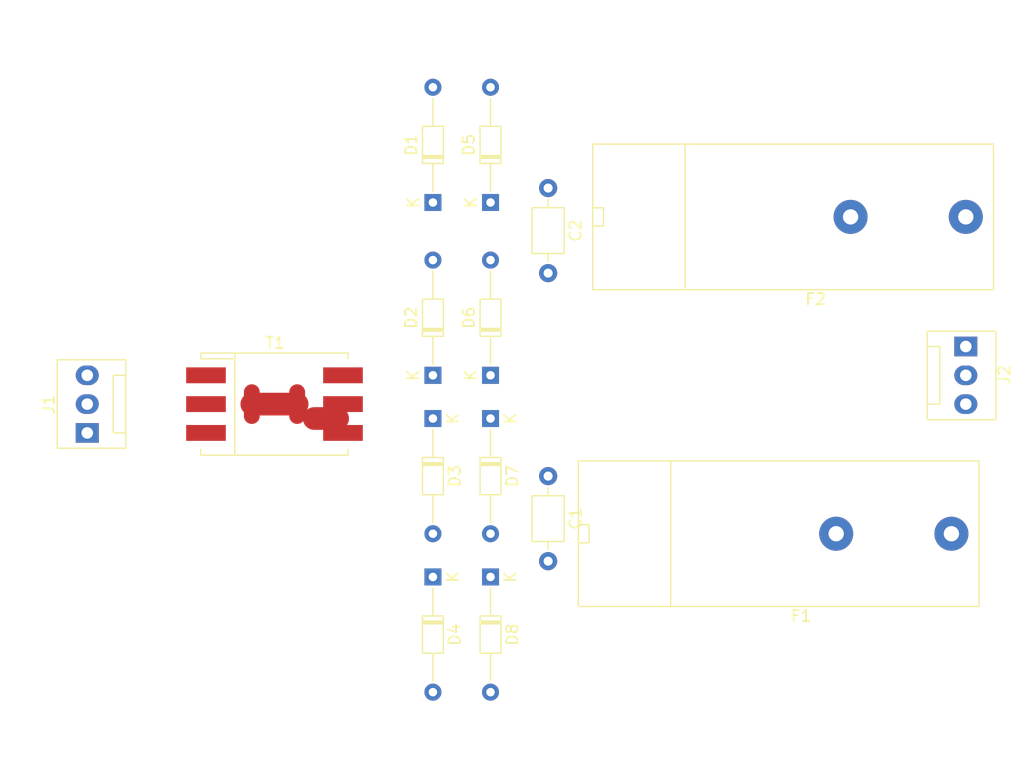
<source format=kicad_pcb>
(kicad_pcb (version 20171130) (host pcbnew "(5.1.9)-1")

  (general
    (thickness 1.6)
    (drawings 4)
    (tracks 2)
    (zones 0)
    (modules 15)
    (nets 12)
  )

  (page A4)
  (layers
    (0 F.Cu signal)
    (31 B.Cu signal)
    (32 B.Adhes user)
    (33 F.Adhes user)
    (34 B.Paste user)
    (35 F.Paste user)
    (36 B.SilkS user)
    (37 F.SilkS user)
    (38 B.Mask user)
    (39 F.Mask user)
    (40 Dwgs.User user)
    (41 Cmts.User user)
    (42 Eco1.User user)
    (43 Eco2.User user)
    (44 Edge.Cuts user)
    (45 Margin user)
    (46 B.CrtYd user)
    (47 F.CrtYd user)
    (48 B.Fab user)
    (49 F.Fab user)
  )

  (setup
    (last_trace_width 2)
    (user_trace_width 1)
    (user_trace_width 1.5)
    (user_trace_width 2)
    (trace_clearance 0.2)
    (zone_clearance 0.508)
    (zone_45_only no)
    (trace_min 0.2)
    (via_size 0.8)
    (via_drill 0.4)
    (via_min_size 0.4)
    (via_min_drill 0.3)
    (uvia_size 0.3)
    (uvia_drill 0.1)
    (uvias_allowed no)
    (uvia_min_size 0.2)
    (uvia_min_drill 0.1)
    (edge_width 0.05)
    (segment_width 0.2)
    (pcb_text_width 0.3)
    (pcb_text_size 1.5 1.5)
    (mod_edge_width 0.12)
    (mod_text_size 1 1)
    (mod_text_width 0.15)
    (pad_size 1.524 1.524)
    (pad_drill 0.762)
    (pad_to_mask_clearance 0)
    (aux_axis_origin 0 0)
    (visible_elements FFFFFF7F)
    (pcbplotparams
      (layerselection 0x010fc_ffffffff)
      (usegerberextensions false)
      (usegerberattributes true)
      (usegerberadvancedattributes true)
      (creategerberjobfile true)
      (excludeedgelayer true)
      (linewidth 0.100000)
      (plotframeref false)
      (viasonmask false)
      (mode 1)
      (useauxorigin false)
      (hpglpennumber 1)
      (hpglpenspeed 20)
      (hpglpendiameter 15.000000)
      (psnegative false)
      (psa4output false)
      (plotreference true)
      (plotvalue true)
      (plotinvisibletext false)
      (padsonsilk false)
      (subtractmaskfromsilk false)
      (outputformat 1)
      (mirror false)
      (drillshape 1)
      (scaleselection 1)
      (outputdirectory ""))
  )

  (net 0 "")
  (net 1 GND)
  (net 2 "Net-(C1-Pad1)")
  (net 3 "Net-(C2-Pad1)")
  (net 4 "Net-(D1-Pad1)")
  (net 5 "Net-(D3-Pad2)")
  (net 6 "Net-(D5-Pad1)")
  (net 7 "Net-(D7-Pad2)")
  (net 8 "Net-(F1-Pad1)")
  (net 9 "Net-(F2-Pad1)")
  (net 10 "Net-(J1-Pad2)")
  (net 11 "Net-(J1-Pad3)")

  (net_class Default "This is the default net class."
    (clearance 0.2)
    (trace_width 0.25)
    (via_dia 0.8)
    (via_drill 0.4)
    (uvia_dia 0.3)
    (uvia_drill 0.1)
    (add_net GND)
    (add_net "Net-(C1-Pad1)")
    (add_net "Net-(C2-Pad1)")
    (add_net "Net-(D1-Pad1)")
    (add_net "Net-(D3-Pad2)")
    (add_net "Net-(D5-Pad1)")
    (add_net "Net-(D7-Pad2)")
    (add_net "Net-(F1-Pad1)")
    (add_net "Net-(F2-Pad1)")
    (add_net "Net-(J1-Pad2)")
    (add_net "Net-(J1-Pad3)")
  )

  (module Capacitor_THT:C_Axial_L3.8mm_D2.6mm_P7.50mm_Horizontal (layer F.Cu) (tedit 5AE50EF0) (tstamp 608A4F09)
    (at 99.06 111.76 270)
    (descr "C, Axial series, Axial, Horizontal, pin pitch=7.5mm, , length*diameter=3.8*2.6mm^2, http://www.vishay.com/docs/45231/arseries.pdf")
    (tags "C Axial series Axial Horizontal pin pitch 7.5mm  length 3.8mm diameter 2.6mm")
    (path /608C39CD)
    (fp_text reference C1 (at 3.75 -2.42 90) (layer F.SilkS)
      (effects (font (size 1 1) (thickness 0.15)))
    )
    (fp_text value 100n (at 3.75 2.42 90) (layer F.Fab)
      (effects (font (size 1 1) (thickness 0.15)))
    )
    (fp_text user %R (at 3.75 0 90) (layer F.Fab)
      (effects (font (size 0.76 0.76) (thickness 0.114)))
    )
    (fp_line (start 1.85 -1.3) (end 1.85 1.3) (layer F.Fab) (width 0.1))
    (fp_line (start 1.85 1.3) (end 5.65 1.3) (layer F.Fab) (width 0.1))
    (fp_line (start 5.65 1.3) (end 5.65 -1.3) (layer F.Fab) (width 0.1))
    (fp_line (start 5.65 -1.3) (end 1.85 -1.3) (layer F.Fab) (width 0.1))
    (fp_line (start 0 0) (end 1.85 0) (layer F.Fab) (width 0.1))
    (fp_line (start 7.5 0) (end 5.65 0) (layer F.Fab) (width 0.1))
    (fp_line (start 1.73 -1.42) (end 1.73 1.42) (layer F.SilkS) (width 0.12))
    (fp_line (start 1.73 1.42) (end 5.77 1.42) (layer F.SilkS) (width 0.12))
    (fp_line (start 5.77 1.42) (end 5.77 -1.42) (layer F.SilkS) (width 0.12))
    (fp_line (start 5.77 -1.42) (end 1.73 -1.42) (layer F.SilkS) (width 0.12))
    (fp_line (start 1.04 0) (end 1.73 0) (layer F.SilkS) (width 0.12))
    (fp_line (start 6.46 0) (end 5.77 0) (layer F.SilkS) (width 0.12))
    (fp_line (start -1.05 -1.55) (end -1.05 1.55) (layer F.CrtYd) (width 0.05))
    (fp_line (start -1.05 1.55) (end 8.55 1.55) (layer F.CrtYd) (width 0.05))
    (fp_line (start 8.55 1.55) (end 8.55 -1.55) (layer F.CrtYd) (width 0.05))
    (fp_line (start 8.55 -1.55) (end -1.05 -1.55) (layer F.CrtYd) (width 0.05))
    (pad 2 thru_hole oval (at 7.5 0 270) (size 1.6 1.6) (drill 0.8) (layers *.Cu *.Mask)
      (net 1 GND))
    (pad 1 thru_hole circle (at 0 0 270) (size 1.6 1.6) (drill 0.8) (layers *.Cu *.Mask)
      (net 2 "Net-(C1-Pad1)"))
    (model ${KISYS3DMOD}/Capacitor_THT.3dshapes/C_Axial_L3.8mm_D2.6mm_P7.50mm_Horizontal.wrl
      (at (xyz 0 0 0))
      (scale (xyz 1 1 1))
      (rotate (xyz 0 0 0))
    )
  )

  (module Capacitor_THT:C_Axial_L3.8mm_D2.6mm_P7.50mm_Horizontal (layer F.Cu) (tedit 5AE50EF0) (tstamp 608A4F20)
    (at 99.06 86.36 270)
    (descr "C, Axial series, Axial, Horizontal, pin pitch=7.5mm, , length*diameter=3.8*2.6mm^2, http://www.vishay.com/docs/45231/arseries.pdf")
    (tags "C Axial series Axial Horizontal pin pitch 7.5mm  length 3.8mm diameter 2.6mm")
    (path /608C2CE8)
    (fp_text reference C2 (at 3.75 -2.42 90) (layer F.SilkS)
      (effects (font (size 1 1) (thickness 0.15)))
    )
    (fp_text value 100n (at 3.75 2.42 90) (layer F.Fab)
      (effects (font (size 1 1) (thickness 0.15)))
    )
    (fp_line (start 8.55 -1.55) (end -1.05 -1.55) (layer F.CrtYd) (width 0.05))
    (fp_line (start 8.55 1.55) (end 8.55 -1.55) (layer F.CrtYd) (width 0.05))
    (fp_line (start -1.05 1.55) (end 8.55 1.55) (layer F.CrtYd) (width 0.05))
    (fp_line (start -1.05 -1.55) (end -1.05 1.55) (layer F.CrtYd) (width 0.05))
    (fp_line (start 6.46 0) (end 5.77 0) (layer F.SilkS) (width 0.12))
    (fp_line (start 1.04 0) (end 1.73 0) (layer F.SilkS) (width 0.12))
    (fp_line (start 5.77 -1.42) (end 1.73 -1.42) (layer F.SilkS) (width 0.12))
    (fp_line (start 5.77 1.42) (end 5.77 -1.42) (layer F.SilkS) (width 0.12))
    (fp_line (start 1.73 1.42) (end 5.77 1.42) (layer F.SilkS) (width 0.12))
    (fp_line (start 1.73 -1.42) (end 1.73 1.42) (layer F.SilkS) (width 0.12))
    (fp_line (start 7.5 0) (end 5.65 0) (layer F.Fab) (width 0.1))
    (fp_line (start 0 0) (end 1.85 0) (layer F.Fab) (width 0.1))
    (fp_line (start 5.65 -1.3) (end 1.85 -1.3) (layer F.Fab) (width 0.1))
    (fp_line (start 5.65 1.3) (end 5.65 -1.3) (layer F.Fab) (width 0.1))
    (fp_line (start 1.85 1.3) (end 5.65 1.3) (layer F.Fab) (width 0.1))
    (fp_line (start 1.85 -1.3) (end 1.85 1.3) (layer F.Fab) (width 0.1))
    (fp_text user %R (at 3.75 0 90) (layer F.Fab)
      (effects (font (size 0.76 0.76) (thickness 0.114)))
    )
    (pad 1 thru_hole circle (at 0 0 270) (size 1.6 1.6) (drill 0.8) (layers *.Cu *.Mask)
      (net 3 "Net-(C2-Pad1)"))
    (pad 2 thru_hole oval (at 7.5 0 270) (size 1.6 1.6) (drill 0.8) (layers *.Cu *.Mask)
      (net 1 GND))
    (model ${KISYS3DMOD}/Capacitor_THT.3dshapes/C_Axial_L3.8mm_D2.6mm_P7.50mm_Horizontal.wrl
      (at (xyz 0 0 0))
      (scale (xyz 1 1 1))
      (rotate (xyz 0 0 0))
    )
  )

  (module Diode_THT:D_DO-34_SOD68_P10.16mm_Horizontal (layer F.Cu) (tedit 5AE50CD5) (tstamp 608A4F3F)
    (at 88.9 87.63 90)
    (descr "Diode, DO-34_SOD68 series, Axial, Horizontal, pin pitch=10.16mm, , length*diameter=3.04*1.6mm^2, , https://www.nxp.com/docs/en/data-sheet/KTY83_SER.pdf")
    (tags "Diode DO-34_SOD68 series Axial Horizontal pin pitch 10.16mm  length 3.04mm diameter 1.6mm")
    (path /6089E889)
    (fp_text reference D1 (at 5.08 -1.92 90) (layer F.SilkS)
      (effects (font (size 1 1) (thickness 0.15)))
    )
    (fp_text value 1N914 (at 5.08 1.92 90) (layer F.Fab)
      (effects (font (size 1 1) (thickness 0.15)))
    )
    (fp_line (start 11.16 -1.05) (end -1 -1.05) (layer F.CrtYd) (width 0.05))
    (fp_line (start 11.16 1.05) (end 11.16 -1.05) (layer F.CrtYd) (width 0.05))
    (fp_line (start -1 1.05) (end 11.16 1.05) (layer F.CrtYd) (width 0.05))
    (fp_line (start -1 -1.05) (end -1 1.05) (layer F.CrtYd) (width 0.05))
    (fp_line (start 3.896 -0.92) (end 3.896 0.92) (layer F.SilkS) (width 0.12))
    (fp_line (start 4.136 -0.92) (end 4.136 0.92) (layer F.SilkS) (width 0.12))
    (fp_line (start 4.016 -0.92) (end 4.016 0.92) (layer F.SilkS) (width 0.12))
    (fp_line (start 9.17 0) (end 6.72 0) (layer F.SilkS) (width 0.12))
    (fp_line (start 0.99 0) (end 3.44 0) (layer F.SilkS) (width 0.12))
    (fp_line (start 6.72 -0.92) (end 3.44 -0.92) (layer F.SilkS) (width 0.12))
    (fp_line (start 6.72 0.92) (end 6.72 -0.92) (layer F.SilkS) (width 0.12))
    (fp_line (start 3.44 0.92) (end 6.72 0.92) (layer F.SilkS) (width 0.12))
    (fp_line (start 3.44 -0.92) (end 3.44 0.92) (layer F.SilkS) (width 0.12))
    (fp_line (start 3.916 -0.8) (end 3.916 0.8) (layer F.Fab) (width 0.1))
    (fp_line (start 4.116 -0.8) (end 4.116 0.8) (layer F.Fab) (width 0.1))
    (fp_line (start 4.016 -0.8) (end 4.016 0.8) (layer F.Fab) (width 0.1))
    (fp_line (start 10.16 0) (end 6.6 0) (layer F.Fab) (width 0.1))
    (fp_line (start 0 0) (end 3.56 0) (layer F.Fab) (width 0.1))
    (fp_line (start 6.6 -0.8) (end 3.56 -0.8) (layer F.Fab) (width 0.1))
    (fp_line (start 6.6 0.8) (end 6.6 -0.8) (layer F.Fab) (width 0.1))
    (fp_line (start 3.56 0.8) (end 6.6 0.8) (layer F.Fab) (width 0.1))
    (fp_line (start 3.56 -0.8) (end 3.56 0.8) (layer F.Fab) (width 0.1))
    (fp_text user %R (at 5.308 0 90) (layer F.Fab)
      (effects (font (size 0.608 0.608) (thickness 0.0912)))
    )
    (fp_text user K (at 0 -1.75 90) (layer F.Fab)
      (effects (font (size 1 1) (thickness 0.15)))
    )
    (fp_text user K (at 0 -1.75 90) (layer F.SilkS)
      (effects (font (size 1 1) (thickness 0.15)))
    )
    (pad 1 thru_hole rect (at 0 0 90) (size 1.5 1.5) (drill 0.75) (layers *.Cu *.Mask)
      (net 4 "Net-(D1-Pad1)"))
    (pad 2 thru_hole oval (at 10.16 0 90) (size 1.5 1.5) (drill 0.75) (layers *.Cu *.Mask)
      (net 3 "Net-(C2-Pad1)"))
    (model ${KISYS3DMOD}/Diode_THT.3dshapes/D_DO-34_SOD68_P10.16mm_Horizontal.wrl
      (at (xyz 0 0 0))
      (scale (xyz 1 1 1))
      (rotate (xyz 0 0 0))
    )
  )

  (module Diode_THT:D_DO-34_SOD68_P10.16mm_Horizontal (layer F.Cu) (tedit 5AE50CD5) (tstamp 608A4F5E)
    (at 88.9 102.87 90)
    (descr "Diode, DO-34_SOD68 series, Axial, Horizontal, pin pitch=10.16mm, , length*diameter=3.04*1.6mm^2, , https://www.nxp.com/docs/en/data-sheet/KTY83_SER.pdf")
    (tags "Diode DO-34_SOD68 series Axial Horizontal pin pitch 10.16mm  length 3.04mm diameter 1.6mm")
    (path /6089FDB6)
    (fp_text reference D2 (at 5.08 -1.92 90) (layer F.SilkS)
      (effects (font (size 1 1) (thickness 0.15)))
    )
    (fp_text value 1N914 (at 5.08 1.92 90) (layer F.Fab)
      (effects (font (size 1 1) (thickness 0.15)))
    )
    (fp_text user K (at 0 -1.75 90) (layer F.SilkS)
      (effects (font (size 1 1) (thickness 0.15)))
    )
    (fp_text user K (at 0 -1.75 90) (layer F.Fab)
      (effects (font (size 1 1) (thickness 0.15)))
    )
    (fp_text user %R (at 5.308 0 90) (layer F.Fab)
      (effects (font (size 0.608 0.608) (thickness 0.0912)))
    )
    (fp_line (start 3.56 -0.8) (end 3.56 0.8) (layer F.Fab) (width 0.1))
    (fp_line (start 3.56 0.8) (end 6.6 0.8) (layer F.Fab) (width 0.1))
    (fp_line (start 6.6 0.8) (end 6.6 -0.8) (layer F.Fab) (width 0.1))
    (fp_line (start 6.6 -0.8) (end 3.56 -0.8) (layer F.Fab) (width 0.1))
    (fp_line (start 0 0) (end 3.56 0) (layer F.Fab) (width 0.1))
    (fp_line (start 10.16 0) (end 6.6 0) (layer F.Fab) (width 0.1))
    (fp_line (start 4.016 -0.8) (end 4.016 0.8) (layer F.Fab) (width 0.1))
    (fp_line (start 4.116 -0.8) (end 4.116 0.8) (layer F.Fab) (width 0.1))
    (fp_line (start 3.916 -0.8) (end 3.916 0.8) (layer F.Fab) (width 0.1))
    (fp_line (start 3.44 -0.92) (end 3.44 0.92) (layer F.SilkS) (width 0.12))
    (fp_line (start 3.44 0.92) (end 6.72 0.92) (layer F.SilkS) (width 0.12))
    (fp_line (start 6.72 0.92) (end 6.72 -0.92) (layer F.SilkS) (width 0.12))
    (fp_line (start 6.72 -0.92) (end 3.44 -0.92) (layer F.SilkS) (width 0.12))
    (fp_line (start 0.99 0) (end 3.44 0) (layer F.SilkS) (width 0.12))
    (fp_line (start 9.17 0) (end 6.72 0) (layer F.SilkS) (width 0.12))
    (fp_line (start 4.016 -0.92) (end 4.016 0.92) (layer F.SilkS) (width 0.12))
    (fp_line (start 4.136 -0.92) (end 4.136 0.92) (layer F.SilkS) (width 0.12))
    (fp_line (start 3.896 -0.92) (end 3.896 0.92) (layer F.SilkS) (width 0.12))
    (fp_line (start -1 -1.05) (end -1 1.05) (layer F.CrtYd) (width 0.05))
    (fp_line (start -1 1.05) (end 11.16 1.05) (layer F.CrtYd) (width 0.05))
    (fp_line (start 11.16 1.05) (end 11.16 -1.05) (layer F.CrtYd) (width 0.05))
    (fp_line (start 11.16 -1.05) (end -1 -1.05) (layer F.CrtYd) (width 0.05))
    (pad 2 thru_hole oval (at 10.16 0 90) (size 1.5 1.5) (drill 0.75) (layers *.Cu *.Mask)
      (net 4 "Net-(D1-Pad1)"))
    (pad 1 thru_hole rect (at 0 0 90) (size 1.5 1.5) (drill 0.75) (layers *.Cu *.Mask)
      (net 1 GND))
    (model ${KISYS3DMOD}/Diode_THT.3dshapes/D_DO-34_SOD68_P10.16mm_Horizontal.wrl
      (at (xyz 0 0 0))
      (scale (xyz 1 1 1))
      (rotate (xyz 0 0 0))
    )
  )

  (module Diode_THT:D_DO-34_SOD68_P10.16mm_Horizontal (layer F.Cu) (tedit 5AE50CD5) (tstamp 608A4F7D)
    (at 88.9 106.68 270)
    (descr "Diode, DO-34_SOD68 series, Axial, Horizontal, pin pitch=10.16mm, , length*diameter=3.04*1.6mm^2, , https://www.nxp.com/docs/en/data-sheet/KTY83_SER.pdf")
    (tags "Diode DO-34_SOD68 series Axial Horizontal pin pitch 10.16mm  length 3.04mm diameter 1.6mm")
    (path /608A3550)
    (fp_text reference D3 (at 5.08 -1.92 90) (layer F.SilkS)
      (effects (font (size 1 1) (thickness 0.15)))
    )
    (fp_text value 1N914 (at 5.08 1.92 90) (layer F.Fab)
      (effects (font (size 1 1) (thickness 0.15)))
    )
    (fp_text user K (at 0 -1.75 90) (layer F.SilkS)
      (effects (font (size 1 1) (thickness 0.15)))
    )
    (fp_text user K (at 0 -1.75 90) (layer F.Fab)
      (effects (font (size 1 1) (thickness 0.15)))
    )
    (fp_text user %R (at 5.308 0 90) (layer F.Fab)
      (effects (font (size 0.608 0.608) (thickness 0.0912)))
    )
    (fp_line (start 3.56 -0.8) (end 3.56 0.8) (layer F.Fab) (width 0.1))
    (fp_line (start 3.56 0.8) (end 6.6 0.8) (layer F.Fab) (width 0.1))
    (fp_line (start 6.6 0.8) (end 6.6 -0.8) (layer F.Fab) (width 0.1))
    (fp_line (start 6.6 -0.8) (end 3.56 -0.8) (layer F.Fab) (width 0.1))
    (fp_line (start 0 0) (end 3.56 0) (layer F.Fab) (width 0.1))
    (fp_line (start 10.16 0) (end 6.6 0) (layer F.Fab) (width 0.1))
    (fp_line (start 4.016 -0.8) (end 4.016 0.8) (layer F.Fab) (width 0.1))
    (fp_line (start 4.116 -0.8) (end 4.116 0.8) (layer F.Fab) (width 0.1))
    (fp_line (start 3.916 -0.8) (end 3.916 0.8) (layer F.Fab) (width 0.1))
    (fp_line (start 3.44 -0.92) (end 3.44 0.92) (layer F.SilkS) (width 0.12))
    (fp_line (start 3.44 0.92) (end 6.72 0.92) (layer F.SilkS) (width 0.12))
    (fp_line (start 6.72 0.92) (end 6.72 -0.92) (layer F.SilkS) (width 0.12))
    (fp_line (start 6.72 -0.92) (end 3.44 -0.92) (layer F.SilkS) (width 0.12))
    (fp_line (start 0.99 0) (end 3.44 0) (layer F.SilkS) (width 0.12))
    (fp_line (start 9.17 0) (end 6.72 0) (layer F.SilkS) (width 0.12))
    (fp_line (start 4.016 -0.92) (end 4.016 0.92) (layer F.SilkS) (width 0.12))
    (fp_line (start 4.136 -0.92) (end 4.136 0.92) (layer F.SilkS) (width 0.12))
    (fp_line (start 3.896 -0.92) (end 3.896 0.92) (layer F.SilkS) (width 0.12))
    (fp_line (start -1 -1.05) (end -1 1.05) (layer F.CrtYd) (width 0.05))
    (fp_line (start -1 1.05) (end 11.16 1.05) (layer F.CrtYd) (width 0.05))
    (fp_line (start 11.16 1.05) (end 11.16 -1.05) (layer F.CrtYd) (width 0.05))
    (fp_line (start 11.16 -1.05) (end -1 -1.05) (layer F.CrtYd) (width 0.05))
    (pad 2 thru_hole oval (at 10.16 0 270) (size 1.5 1.5) (drill 0.75) (layers *.Cu *.Mask)
      (net 5 "Net-(D3-Pad2)"))
    (pad 1 thru_hole rect (at 0 0 270) (size 1.5 1.5) (drill 0.75) (layers *.Cu *.Mask)
      (net 2 "Net-(C1-Pad1)"))
    (model ${KISYS3DMOD}/Diode_THT.3dshapes/D_DO-34_SOD68_P10.16mm_Horizontal.wrl
      (at (xyz 0 0 0))
      (scale (xyz 1 1 1))
      (rotate (xyz 0 0 0))
    )
  )

  (module Diode_THT:D_DO-34_SOD68_P10.16mm_Horizontal (layer F.Cu) (tedit 5AE50CD5) (tstamp 608A4F9C)
    (at 88.9 120.65 270)
    (descr "Diode, DO-34_SOD68 series, Axial, Horizontal, pin pitch=10.16mm, , length*diameter=3.04*1.6mm^2, , https://www.nxp.com/docs/en/data-sheet/KTY83_SER.pdf")
    (tags "Diode DO-34_SOD68 series Axial Horizontal pin pitch 10.16mm  length 3.04mm diameter 1.6mm")
    (path /608A3544)
    (fp_text reference D4 (at 5.08 -1.92 90) (layer F.SilkS)
      (effects (font (size 1 1) (thickness 0.15)))
    )
    (fp_text value 1N914 (at 5.08 1.92 90) (layer F.Fab)
      (effects (font (size 1 1) (thickness 0.15)))
    )
    (fp_line (start 11.16 -1.05) (end -1 -1.05) (layer F.CrtYd) (width 0.05))
    (fp_line (start 11.16 1.05) (end 11.16 -1.05) (layer F.CrtYd) (width 0.05))
    (fp_line (start -1 1.05) (end 11.16 1.05) (layer F.CrtYd) (width 0.05))
    (fp_line (start -1 -1.05) (end -1 1.05) (layer F.CrtYd) (width 0.05))
    (fp_line (start 3.896 -0.92) (end 3.896 0.92) (layer F.SilkS) (width 0.12))
    (fp_line (start 4.136 -0.92) (end 4.136 0.92) (layer F.SilkS) (width 0.12))
    (fp_line (start 4.016 -0.92) (end 4.016 0.92) (layer F.SilkS) (width 0.12))
    (fp_line (start 9.17 0) (end 6.72 0) (layer F.SilkS) (width 0.12))
    (fp_line (start 0.99 0) (end 3.44 0) (layer F.SilkS) (width 0.12))
    (fp_line (start 6.72 -0.92) (end 3.44 -0.92) (layer F.SilkS) (width 0.12))
    (fp_line (start 6.72 0.92) (end 6.72 -0.92) (layer F.SilkS) (width 0.12))
    (fp_line (start 3.44 0.92) (end 6.72 0.92) (layer F.SilkS) (width 0.12))
    (fp_line (start 3.44 -0.92) (end 3.44 0.92) (layer F.SilkS) (width 0.12))
    (fp_line (start 3.916 -0.8) (end 3.916 0.8) (layer F.Fab) (width 0.1))
    (fp_line (start 4.116 -0.8) (end 4.116 0.8) (layer F.Fab) (width 0.1))
    (fp_line (start 4.016 -0.8) (end 4.016 0.8) (layer F.Fab) (width 0.1))
    (fp_line (start 10.16 0) (end 6.6 0) (layer F.Fab) (width 0.1))
    (fp_line (start 0 0) (end 3.56 0) (layer F.Fab) (width 0.1))
    (fp_line (start 6.6 -0.8) (end 3.56 -0.8) (layer F.Fab) (width 0.1))
    (fp_line (start 6.6 0.8) (end 6.6 -0.8) (layer F.Fab) (width 0.1))
    (fp_line (start 3.56 0.8) (end 6.6 0.8) (layer F.Fab) (width 0.1))
    (fp_line (start 3.56 -0.8) (end 3.56 0.8) (layer F.Fab) (width 0.1))
    (fp_text user %R (at 5.308 0 90) (layer F.Fab)
      (effects (font (size 0.608 0.608) (thickness 0.0912)))
    )
    (fp_text user K (at 0 -1.75 90) (layer F.Fab)
      (effects (font (size 1 1) (thickness 0.15)))
    )
    (fp_text user K (at 0 -1.75 90) (layer F.SilkS)
      (effects (font (size 1 1) (thickness 0.15)))
    )
    (pad 1 thru_hole rect (at 0 0 270) (size 1.5 1.5) (drill 0.75) (layers *.Cu *.Mask)
      (net 5 "Net-(D3-Pad2)"))
    (pad 2 thru_hole oval (at 10.16 0 270) (size 1.5 1.5) (drill 0.75) (layers *.Cu *.Mask)
      (net 1 GND))
    (model ${KISYS3DMOD}/Diode_THT.3dshapes/D_DO-34_SOD68_P10.16mm_Horizontal.wrl
      (at (xyz 0 0 0))
      (scale (xyz 1 1 1))
      (rotate (xyz 0 0 0))
    )
  )

  (module Diode_THT:D_DO-34_SOD68_P10.16mm_Horizontal (layer F.Cu) (tedit 5AE50CD5) (tstamp 608A4FBB)
    (at 93.98 87.63 90)
    (descr "Diode, DO-34_SOD68 series, Axial, Horizontal, pin pitch=10.16mm, , length*diameter=3.04*1.6mm^2, , https://www.nxp.com/docs/en/data-sheet/KTY83_SER.pdf")
    (tags "Diode DO-34_SOD68 series Axial Horizontal pin pitch 10.16mm  length 3.04mm diameter 1.6mm")
    (path /608A0F08)
    (fp_text reference D5 (at 5.08 -1.92 90) (layer F.SilkS)
      (effects (font (size 1 1) (thickness 0.15)))
    )
    (fp_text value 1N914 (at 5.08 1.92 90) (layer F.Fab)
      (effects (font (size 1 1) (thickness 0.15)))
    )
    (fp_line (start 11.16 -1.05) (end -1 -1.05) (layer F.CrtYd) (width 0.05))
    (fp_line (start 11.16 1.05) (end 11.16 -1.05) (layer F.CrtYd) (width 0.05))
    (fp_line (start -1 1.05) (end 11.16 1.05) (layer F.CrtYd) (width 0.05))
    (fp_line (start -1 -1.05) (end -1 1.05) (layer F.CrtYd) (width 0.05))
    (fp_line (start 3.896 -0.92) (end 3.896 0.92) (layer F.SilkS) (width 0.12))
    (fp_line (start 4.136 -0.92) (end 4.136 0.92) (layer F.SilkS) (width 0.12))
    (fp_line (start 4.016 -0.92) (end 4.016 0.92) (layer F.SilkS) (width 0.12))
    (fp_line (start 9.17 0) (end 6.72 0) (layer F.SilkS) (width 0.12))
    (fp_line (start 0.99 0) (end 3.44 0) (layer F.SilkS) (width 0.12))
    (fp_line (start 6.72 -0.92) (end 3.44 -0.92) (layer F.SilkS) (width 0.12))
    (fp_line (start 6.72 0.92) (end 6.72 -0.92) (layer F.SilkS) (width 0.12))
    (fp_line (start 3.44 0.92) (end 6.72 0.92) (layer F.SilkS) (width 0.12))
    (fp_line (start 3.44 -0.92) (end 3.44 0.92) (layer F.SilkS) (width 0.12))
    (fp_line (start 3.916 -0.8) (end 3.916 0.8) (layer F.Fab) (width 0.1))
    (fp_line (start 4.116 -0.8) (end 4.116 0.8) (layer F.Fab) (width 0.1))
    (fp_line (start 4.016 -0.8) (end 4.016 0.8) (layer F.Fab) (width 0.1))
    (fp_line (start 10.16 0) (end 6.6 0) (layer F.Fab) (width 0.1))
    (fp_line (start 0 0) (end 3.56 0) (layer F.Fab) (width 0.1))
    (fp_line (start 6.6 -0.8) (end 3.56 -0.8) (layer F.Fab) (width 0.1))
    (fp_line (start 6.6 0.8) (end 6.6 -0.8) (layer F.Fab) (width 0.1))
    (fp_line (start 3.56 0.8) (end 6.6 0.8) (layer F.Fab) (width 0.1))
    (fp_line (start 3.56 -0.8) (end 3.56 0.8) (layer F.Fab) (width 0.1))
    (fp_text user %R (at 5.308 0 90) (layer F.Fab)
      (effects (font (size 0.608 0.608) (thickness 0.0912)))
    )
    (fp_text user K (at 0 -1.75 90) (layer F.Fab)
      (effects (font (size 1 1) (thickness 0.15)))
    )
    (fp_text user K (at 0 -1.75 90) (layer F.SilkS)
      (effects (font (size 1 1) (thickness 0.15)))
    )
    (pad 1 thru_hole rect (at 0 0 90) (size 1.5 1.5) (drill 0.75) (layers *.Cu *.Mask)
      (net 6 "Net-(D5-Pad1)"))
    (pad 2 thru_hole oval (at 10.16 0 90) (size 1.5 1.5) (drill 0.75) (layers *.Cu *.Mask)
      (net 3 "Net-(C2-Pad1)"))
    (model ${KISYS3DMOD}/Diode_THT.3dshapes/D_DO-34_SOD68_P10.16mm_Horizontal.wrl
      (at (xyz 0 0 0))
      (scale (xyz 1 1 1))
      (rotate (xyz 0 0 0))
    )
  )

  (module Diode_THT:D_DO-34_SOD68_P10.16mm_Horizontal (layer F.Cu) (tedit 5AE50CD5) (tstamp 608A4FDA)
    (at 93.98 102.87 90)
    (descr "Diode, DO-34_SOD68 series, Axial, Horizontal, pin pitch=10.16mm, , length*diameter=3.04*1.6mm^2, , https://www.nxp.com/docs/en/data-sheet/KTY83_SER.pdf")
    (tags "Diode DO-34_SOD68 series Axial Horizontal pin pitch 10.16mm  length 3.04mm diameter 1.6mm")
    (path /608A0F4C)
    (fp_text reference D6 (at 5.08 -1.92 90) (layer F.SilkS)
      (effects (font (size 1 1) (thickness 0.15)))
    )
    (fp_text value 1N914 (at 5.08 1.92 90) (layer F.Fab)
      (effects (font (size 1 1) (thickness 0.15)))
    )
    (fp_text user K (at 0 -1.75 90) (layer F.SilkS)
      (effects (font (size 1 1) (thickness 0.15)))
    )
    (fp_text user K (at 0 -1.75 90) (layer F.Fab)
      (effects (font (size 1 1) (thickness 0.15)))
    )
    (fp_text user %R (at 5.308 0 90) (layer F.Fab)
      (effects (font (size 0.608 0.608) (thickness 0.0912)))
    )
    (fp_line (start 3.56 -0.8) (end 3.56 0.8) (layer F.Fab) (width 0.1))
    (fp_line (start 3.56 0.8) (end 6.6 0.8) (layer F.Fab) (width 0.1))
    (fp_line (start 6.6 0.8) (end 6.6 -0.8) (layer F.Fab) (width 0.1))
    (fp_line (start 6.6 -0.8) (end 3.56 -0.8) (layer F.Fab) (width 0.1))
    (fp_line (start 0 0) (end 3.56 0) (layer F.Fab) (width 0.1))
    (fp_line (start 10.16 0) (end 6.6 0) (layer F.Fab) (width 0.1))
    (fp_line (start 4.016 -0.8) (end 4.016 0.8) (layer F.Fab) (width 0.1))
    (fp_line (start 4.116 -0.8) (end 4.116 0.8) (layer F.Fab) (width 0.1))
    (fp_line (start 3.916 -0.8) (end 3.916 0.8) (layer F.Fab) (width 0.1))
    (fp_line (start 3.44 -0.92) (end 3.44 0.92) (layer F.SilkS) (width 0.12))
    (fp_line (start 3.44 0.92) (end 6.72 0.92) (layer F.SilkS) (width 0.12))
    (fp_line (start 6.72 0.92) (end 6.72 -0.92) (layer F.SilkS) (width 0.12))
    (fp_line (start 6.72 -0.92) (end 3.44 -0.92) (layer F.SilkS) (width 0.12))
    (fp_line (start 0.99 0) (end 3.44 0) (layer F.SilkS) (width 0.12))
    (fp_line (start 9.17 0) (end 6.72 0) (layer F.SilkS) (width 0.12))
    (fp_line (start 4.016 -0.92) (end 4.016 0.92) (layer F.SilkS) (width 0.12))
    (fp_line (start 4.136 -0.92) (end 4.136 0.92) (layer F.SilkS) (width 0.12))
    (fp_line (start 3.896 -0.92) (end 3.896 0.92) (layer F.SilkS) (width 0.12))
    (fp_line (start -1 -1.05) (end -1 1.05) (layer F.CrtYd) (width 0.05))
    (fp_line (start -1 1.05) (end 11.16 1.05) (layer F.CrtYd) (width 0.05))
    (fp_line (start 11.16 1.05) (end 11.16 -1.05) (layer F.CrtYd) (width 0.05))
    (fp_line (start 11.16 -1.05) (end -1 -1.05) (layer F.CrtYd) (width 0.05))
    (pad 2 thru_hole oval (at 10.16 0 90) (size 1.5 1.5) (drill 0.75) (layers *.Cu *.Mask)
      (net 6 "Net-(D5-Pad1)"))
    (pad 1 thru_hole rect (at 0 0 90) (size 1.5 1.5) (drill 0.75) (layers *.Cu *.Mask)
      (net 1 GND))
    (model ${KISYS3DMOD}/Diode_THT.3dshapes/D_DO-34_SOD68_P10.16mm_Horizontal.wrl
      (at (xyz 0 0 0))
      (scale (xyz 1 1 1))
      (rotate (xyz 0 0 0))
    )
  )

  (module Diode_THT:D_DO-34_SOD68_P10.16mm_Horizontal (layer F.Cu) (tedit 5AE50CD5) (tstamp 608A4FF9)
    (at 93.98 106.68 270)
    (descr "Diode, DO-34_SOD68 series, Axial, Horizontal, pin pitch=10.16mm, , length*diameter=3.04*1.6mm^2, , https://www.nxp.com/docs/en/data-sheet/KTY83_SER.pdf")
    (tags "Diode DO-34_SOD68 series Axial Horizontal pin pitch 10.16mm  length 3.04mm diameter 1.6mm")
    (path /608A3538)
    (fp_text reference D7 (at 5.08 -1.92 90) (layer F.SilkS)
      (effects (font (size 1 1) (thickness 0.15)))
    )
    (fp_text value 1N914 (at 5.08 1.92 90) (layer F.Fab)
      (effects (font (size 1 1) (thickness 0.15)))
    )
    (fp_text user K (at 0 -1.75 90) (layer F.SilkS)
      (effects (font (size 1 1) (thickness 0.15)))
    )
    (fp_text user K (at 0 -1.75 90) (layer F.Fab)
      (effects (font (size 1 1) (thickness 0.15)))
    )
    (fp_text user %R (at 5.308 0 90) (layer F.Fab)
      (effects (font (size 0.608 0.608) (thickness 0.0912)))
    )
    (fp_line (start 3.56 -0.8) (end 3.56 0.8) (layer F.Fab) (width 0.1))
    (fp_line (start 3.56 0.8) (end 6.6 0.8) (layer F.Fab) (width 0.1))
    (fp_line (start 6.6 0.8) (end 6.6 -0.8) (layer F.Fab) (width 0.1))
    (fp_line (start 6.6 -0.8) (end 3.56 -0.8) (layer F.Fab) (width 0.1))
    (fp_line (start 0 0) (end 3.56 0) (layer F.Fab) (width 0.1))
    (fp_line (start 10.16 0) (end 6.6 0) (layer F.Fab) (width 0.1))
    (fp_line (start 4.016 -0.8) (end 4.016 0.8) (layer F.Fab) (width 0.1))
    (fp_line (start 4.116 -0.8) (end 4.116 0.8) (layer F.Fab) (width 0.1))
    (fp_line (start 3.916 -0.8) (end 3.916 0.8) (layer F.Fab) (width 0.1))
    (fp_line (start 3.44 -0.92) (end 3.44 0.92) (layer F.SilkS) (width 0.12))
    (fp_line (start 3.44 0.92) (end 6.72 0.92) (layer F.SilkS) (width 0.12))
    (fp_line (start 6.72 0.92) (end 6.72 -0.92) (layer F.SilkS) (width 0.12))
    (fp_line (start 6.72 -0.92) (end 3.44 -0.92) (layer F.SilkS) (width 0.12))
    (fp_line (start 0.99 0) (end 3.44 0) (layer F.SilkS) (width 0.12))
    (fp_line (start 9.17 0) (end 6.72 0) (layer F.SilkS) (width 0.12))
    (fp_line (start 4.016 -0.92) (end 4.016 0.92) (layer F.SilkS) (width 0.12))
    (fp_line (start 4.136 -0.92) (end 4.136 0.92) (layer F.SilkS) (width 0.12))
    (fp_line (start 3.896 -0.92) (end 3.896 0.92) (layer F.SilkS) (width 0.12))
    (fp_line (start -1 -1.05) (end -1 1.05) (layer F.CrtYd) (width 0.05))
    (fp_line (start -1 1.05) (end 11.16 1.05) (layer F.CrtYd) (width 0.05))
    (fp_line (start 11.16 1.05) (end 11.16 -1.05) (layer F.CrtYd) (width 0.05))
    (fp_line (start 11.16 -1.05) (end -1 -1.05) (layer F.CrtYd) (width 0.05))
    (pad 2 thru_hole oval (at 10.16 0 270) (size 1.5 1.5) (drill 0.75) (layers *.Cu *.Mask)
      (net 7 "Net-(D7-Pad2)"))
    (pad 1 thru_hole rect (at 0 0 270) (size 1.5 1.5) (drill 0.75) (layers *.Cu *.Mask)
      (net 2 "Net-(C1-Pad1)"))
    (model ${KISYS3DMOD}/Diode_THT.3dshapes/D_DO-34_SOD68_P10.16mm_Horizontal.wrl
      (at (xyz 0 0 0))
      (scale (xyz 1 1 1))
      (rotate (xyz 0 0 0))
    )
  )

  (module Diode_THT:D_DO-34_SOD68_P10.16mm_Horizontal (layer F.Cu) (tedit 5AE50CD5) (tstamp 608A5018)
    (at 93.98 120.65 270)
    (descr "Diode, DO-34_SOD68 series, Axial, Horizontal, pin pitch=10.16mm, , length*diameter=3.04*1.6mm^2, , https://www.nxp.com/docs/en/data-sheet/KTY83_SER.pdf")
    (tags "Diode DO-34_SOD68 series Axial Horizontal pin pitch 10.16mm  length 3.04mm diameter 1.6mm")
    (path /608A34CC)
    (fp_text reference D8 (at 5.08 -1.92 90) (layer F.SilkS)
      (effects (font (size 1 1) (thickness 0.15)))
    )
    (fp_text value 1N914 (at 5.08 1.92 90) (layer F.Fab)
      (effects (font (size 1 1) (thickness 0.15)))
    )
    (fp_line (start 11.16 -1.05) (end -1 -1.05) (layer F.CrtYd) (width 0.05))
    (fp_line (start 11.16 1.05) (end 11.16 -1.05) (layer F.CrtYd) (width 0.05))
    (fp_line (start -1 1.05) (end 11.16 1.05) (layer F.CrtYd) (width 0.05))
    (fp_line (start -1 -1.05) (end -1 1.05) (layer F.CrtYd) (width 0.05))
    (fp_line (start 3.896 -0.92) (end 3.896 0.92) (layer F.SilkS) (width 0.12))
    (fp_line (start 4.136 -0.92) (end 4.136 0.92) (layer F.SilkS) (width 0.12))
    (fp_line (start 4.016 -0.92) (end 4.016 0.92) (layer F.SilkS) (width 0.12))
    (fp_line (start 9.17 0) (end 6.72 0) (layer F.SilkS) (width 0.12))
    (fp_line (start 0.99 0) (end 3.44 0) (layer F.SilkS) (width 0.12))
    (fp_line (start 6.72 -0.92) (end 3.44 -0.92) (layer F.SilkS) (width 0.12))
    (fp_line (start 6.72 0.92) (end 6.72 -0.92) (layer F.SilkS) (width 0.12))
    (fp_line (start 3.44 0.92) (end 6.72 0.92) (layer F.SilkS) (width 0.12))
    (fp_line (start 3.44 -0.92) (end 3.44 0.92) (layer F.SilkS) (width 0.12))
    (fp_line (start 3.916 -0.8) (end 3.916 0.8) (layer F.Fab) (width 0.1))
    (fp_line (start 4.116 -0.8) (end 4.116 0.8) (layer F.Fab) (width 0.1))
    (fp_line (start 4.016 -0.8) (end 4.016 0.8) (layer F.Fab) (width 0.1))
    (fp_line (start 10.16 0) (end 6.6 0) (layer F.Fab) (width 0.1))
    (fp_line (start 0 0) (end 3.56 0) (layer F.Fab) (width 0.1))
    (fp_line (start 6.6 -0.8) (end 3.56 -0.8) (layer F.Fab) (width 0.1))
    (fp_line (start 6.6 0.8) (end 6.6 -0.8) (layer F.Fab) (width 0.1))
    (fp_line (start 3.56 0.8) (end 6.6 0.8) (layer F.Fab) (width 0.1))
    (fp_line (start 3.56 -0.8) (end 3.56 0.8) (layer F.Fab) (width 0.1))
    (fp_text user %R (at 5.308 0 90) (layer F.Fab)
      (effects (font (size 0.608 0.608) (thickness 0.0912)))
    )
    (fp_text user K (at 0 -1.75 90) (layer F.Fab)
      (effects (font (size 1 1) (thickness 0.15)))
    )
    (fp_text user K (at 0 -1.75 90) (layer F.SilkS)
      (effects (font (size 1 1) (thickness 0.15)))
    )
    (pad 1 thru_hole rect (at 0 0 270) (size 1.5 1.5) (drill 0.75) (layers *.Cu *.Mask)
      (net 7 "Net-(D7-Pad2)"))
    (pad 2 thru_hole oval (at 10.16 0 270) (size 1.5 1.5) (drill 0.75) (layers *.Cu *.Mask)
      (net 1 GND))
    (model ${KISYS3DMOD}/Diode_THT.3dshapes/D_DO-34_SOD68_P10.16mm_Horizontal.wrl
      (at (xyz 0 0 0))
      (scale (xyz 1 1 1))
      (rotate (xyz 0 0 0))
    )
  )

  (module Fuse:Fuseholder_Cylinder-5x20mm_Bulgin_FX0457_Horizontal_Closed (layer F.Cu) (tedit 5A1C8B84) (tstamp 608A5033)
    (at 134.62 116.84 180)
    (descr "Fuseholder, 5x20, closed, horizontal, Bulgin, FX0457, Sicherungshalter,")
    (tags "Fuseholder 5x20 closed horizontal Bulgin FX0457 Sicherungshalter ")
    (path /608C460E)
    (fp_text reference F1 (at 13.25 -7.25) (layer F.SilkS)
      (effects (font (size 1 1) (thickness 0.15)))
    )
    (fp_text value Fuse (at 13.25 7.5) (layer F.Fab)
      (effects (font (size 1 1) (thickness 0.15)))
    )
    (fp_line (start 32.9 6.42) (end -2.44 6.42) (layer F.SilkS) (width 0.12))
    (fp_line (start 32.9 6.42) (end 32.9 -6.42) (layer F.SilkS) (width 0.12))
    (fp_line (start -2.44 -6.42) (end -2.44 6.42) (layer F.SilkS) (width 0.12))
    (fp_line (start -2.44 -6.42) (end 32.9 -6.42) (layer F.SilkS) (width 0.12))
    (fp_line (start 33.03 6.55) (end -2.57 6.55) (layer F.CrtYd) (width 0.05))
    (fp_line (start 33.03 6.55) (end 33.03 -6.55) (layer F.CrtYd) (width 0.05))
    (fp_line (start -2.57 -6.55) (end -2.57 6.55) (layer F.CrtYd) (width 0.05))
    (fp_line (start -2.57 -6.55) (end 33.03 -6.55) (layer F.CrtYd) (width 0.05))
    (fp_line (start -2.32 6.3) (end -2.32 -6.3) (layer F.Fab) (width 0.1))
    (fp_line (start -2.32 6.3) (end 32.78 6.3) (layer F.Fab) (width 0.1))
    (fp_line (start 32.78 6.3) (end 32.78 -6.3) (layer F.Fab) (width 0.1))
    (fp_line (start 32.78 -6.3) (end -2.32 -6.3) (layer F.Fab) (width 0.1))
    (fp_line (start 24.78 6.3) (end 24.78 -6.3) (layer F.Fab) (width 0.1))
    (fp_line (start 31.98 0.8) (end 32.78 0.8) (layer F.Fab) (width 0.1))
    (fp_line (start 31.98 -0.8) (end 31.98 0.8) (layer F.Fab) (width 0.1))
    (fp_line (start 32.78 -0.8) (end 31.98 -0.8) (layer F.Fab) (width 0.1))
    (fp_line (start 24.75 -6.4) (end 24.75 6.4) (layer F.SilkS) (width 0.12))
    (fp_line (start 31.95 0.8) (end 32.85 0.8) (layer F.SilkS) (width 0.12))
    (fp_line (start 31.95 -0.8) (end 31.95 0.8) (layer F.SilkS) (width 0.12))
    (fp_line (start 32.85 -0.8) (end 31.95 -0.8) (layer F.SilkS) (width 0.12))
    (fp_text user %R (at 13.25 5.5) (layer F.Fab)
      (effects (font (size 1 1) (thickness 0.15)))
    )
    (pad 2 thru_hole circle (at 10.16 0 180) (size 3 3) (drill 1.35) (layers *.Cu *.Mask)
      (net 2 "Net-(C1-Pad1)"))
    (pad 1 thru_hole circle (at 0 0 180) (size 3 3) (drill 1.35) (layers *.Cu *.Mask)
      (net 8 "Net-(F1-Pad1)"))
    (model ${KISYS3DMOD}/Fuse.3dshapes/Fuseholder_Cylinder-5x20mm_Bulgin_FX0457_Horizontal_Closed.wrl
      (at (xyz 0 0 0))
      (scale (xyz 1 1 1))
      (rotate (xyz 0 0 0))
    )
  )

  (module Fuse:Fuseholder_Cylinder-5x20mm_Bulgin_FX0457_Horizontal_Closed (layer F.Cu) (tedit 5A1C8B84) (tstamp 608A504E)
    (at 135.89 88.9 180)
    (descr "Fuseholder, 5x20, closed, horizontal, Bulgin, FX0457, Sicherungshalter,")
    (tags "Fuseholder 5x20 closed horizontal Bulgin FX0457 Sicherungshalter ")
    (path /608C56E6)
    (fp_text reference F2 (at 13.25 -7.25) (layer F.SilkS)
      (effects (font (size 1 1) (thickness 0.15)))
    )
    (fp_text value Fuse (at 13.25 7.5) (layer F.Fab)
      (effects (font (size 1 1) (thickness 0.15)))
    )
    (fp_text user %R (at 13.25 5.5) (layer F.Fab)
      (effects (font (size 1 1) (thickness 0.15)))
    )
    (fp_line (start 32.85 -0.8) (end 31.95 -0.8) (layer F.SilkS) (width 0.12))
    (fp_line (start 31.95 -0.8) (end 31.95 0.8) (layer F.SilkS) (width 0.12))
    (fp_line (start 31.95 0.8) (end 32.85 0.8) (layer F.SilkS) (width 0.12))
    (fp_line (start 24.75 -6.4) (end 24.75 6.4) (layer F.SilkS) (width 0.12))
    (fp_line (start 32.78 -0.8) (end 31.98 -0.8) (layer F.Fab) (width 0.1))
    (fp_line (start 31.98 -0.8) (end 31.98 0.8) (layer F.Fab) (width 0.1))
    (fp_line (start 31.98 0.8) (end 32.78 0.8) (layer F.Fab) (width 0.1))
    (fp_line (start 24.78 6.3) (end 24.78 -6.3) (layer F.Fab) (width 0.1))
    (fp_line (start 32.78 -6.3) (end -2.32 -6.3) (layer F.Fab) (width 0.1))
    (fp_line (start 32.78 6.3) (end 32.78 -6.3) (layer F.Fab) (width 0.1))
    (fp_line (start -2.32 6.3) (end 32.78 6.3) (layer F.Fab) (width 0.1))
    (fp_line (start -2.32 6.3) (end -2.32 -6.3) (layer F.Fab) (width 0.1))
    (fp_line (start -2.57 -6.55) (end 33.03 -6.55) (layer F.CrtYd) (width 0.05))
    (fp_line (start -2.57 -6.55) (end -2.57 6.55) (layer F.CrtYd) (width 0.05))
    (fp_line (start 33.03 6.55) (end 33.03 -6.55) (layer F.CrtYd) (width 0.05))
    (fp_line (start 33.03 6.55) (end -2.57 6.55) (layer F.CrtYd) (width 0.05))
    (fp_line (start -2.44 -6.42) (end 32.9 -6.42) (layer F.SilkS) (width 0.12))
    (fp_line (start -2.44 -6.42) (end -2.44 6.42) (layer F.SilkS) (width 0.12))
    (fp_line (start 32.9 6.42) (end 32.9 -6.42) (layer F.SilkS) (width 0.12))
    (fp_line (start 32.9 6.42) (end -2.44 6.42) (layer F.SilkS) (width 0.12))
    (pad 1 thru_hole circle (at 0 0 180) (size 3 3) (drill 1.35) (layers *.Cu *.Mask)
      (net 9 "Net-(F2-Pad1)"))
    (pad 2 thru_hole circle (at 10.16 0 180) (size 3 3) (drill 1.35) (layers *.Cu *.Mask)
      (net 3 "Net-(C2-Pad1)"))
    (model ${KISYS3DMOD}/Fuse.3dshapes/Fuseholder_Cylinder-5x20mm_Bulgin_FX0457_Horizontal_Closed.wrl
      (at (xyz 0 0 0))
      (scale (xyz 1 1 1))
      (rotate (xyz 0 0 0))
    )
  )

  (module Connector:FanPinHeader_1x03_P2.54mm_Vertical (layer F.Cu) (tedit 5A19DCDF) (tstamp 608A5068)
    (at 58.42 107.95 90)
    (descr "3-pin CPU fan Through hole pin header, see http://www.formfactors.org/developer%5Cspecs%5Crev1_2_public.pdf")
    (tags "pin header 3-pin CPU fan")
    (path /608B9BE6)
    (fp_text reference J1 (at 2.5 -3.4 90) (layer F.SilkS)
      (effects (font (size 1 1) (thickness 0.15)))
    )
    (fp_text value Conn_01x03 (at 2.55 4.5 90) (layer F.Fab)
      (effects (font (size 1 1) (thickness 0.15)))
    )
    (fp_line (start 6.85 -3.05) (end 6.85 3.8) (layer F.CrtYd) (width 0.05))
    (fp_line (start 6.85 -3.05) (end -1.75 -3.05) (layer F.CrtYd) (width 0.05))
    (fp_line (start -1.75 3.8) (end 6.85 3.8) (layer F.CrtYd) (width 0.05))
    (fp_line (start -1.75 3.8) (end -1.75 -3.05) (layer F.CrtYd) (width 0.05))
    (fp_line (start 5.08 2.29) (end 5.08 3.3) (layer F.SilkS) (width 0.12))
    (fp_line (start 0 2.29) (end 5.08 2.29) (layer F.SilkS) (width 0.12))
    (fp_line (start 0 3.3) (end 0 2.29) (layer F.SilkS) (width 0.12))
    (fp_line (start 6.35 3.3) (end -1.25 3.3) (layer F.Fab) (width 0.1))
    (fp_line (start 6.35 -2.55) (end 6.35 3.3) (layer F.Fab) (width 0.1))
    (fp_line (start -1.25 -2.55) (end 6.35 -2.55) (layer F.Fab) (width 0.1))
    (fp_line (start -1.25 3.3) (end -1.25 -2.55) (layer F.Fab) (width 0.1))
    (fp_line (start 0 2.3) (end 0 3.3) (layer F.Fab) (width 0.1))
    (fp_line (start 5.05 2.3) (end 0 2.3) (layer F.Fab) (width 0.1))
    (fp_line (start 5.05 3.3) (end 5.05 2.3) (layer F.Fab) (width 0.1))
    (fp_line (start 6.45 3.4) (end -1.35 3.4) (layer F.SilkS) (width 0.12))
    (fp_line (start 6.45 -2.65) (end 6.45 3.4) (layer F.SilkS) (width 0.12))
    (fp_line (start -1.35 -2.65) (end 6.45 -2.65) (layer F.SilkS) (width 0.12))
    (fp_line (start -1.35 3.4) (end -1.35 -2.65) (layer F.SilkS) (width 0.12))
    (fp_text user %R (at 2.45 1.8 90) (layer F.Fab)
      (effects (font (size 1 1) (thickness 0.15)))
    )
    (pad 1 thru_hole rect (at 0 0 180) (size 2.03 1.73) (drill 1.02) (layers *.Cu *.Mask)
      (net 1 GND))
    (pad 2 thru_hole oval (at 2.54 0 180) (size 2.03 1.73) (drill 1.02) (layers *.Cu *.Mask)
      (net 10 "Net-(J1-Pad2)"))
    (pad 3 thru_hole oval (at 5.08 0 180) (size 2.03 1.73) (drill 1.02) (layers *.Cu *.Mask)
      (net 11 "Net-(J1-Pad3)"))
    (model ${KISYS3DMOD}/Connector.3dshapes/FanPinHeader_1x03_P2.54mm_Vertical.wrl
      (at (xyz 0 0 0))
      (scale (xyz 1 1 1))
      (rotate (xyz 0 0 0))
    )
  )

  (module Connector:FanPinHeader_1x03_P2.54mm_Vertical (layer F.Cu) (tedit 5A19DCDF) (tstamp 608A5082)
    (at 135.89 100.33 270)
    (descr "3-pin CPU fan Through hole pin header, see http://www.formfactors.org/developer%5Cspecs%5Crev1_2_public.pdf")
    (tags "pin header 3-pin CPU fan")
    (path /608BF3EA)
    (fp_text reference J2 (at 2.5 -3.4 90) (layer F.SilkS)
      (effects (font (size 1 1) (thickness 0.15)))
    )
    (fp_text value Conn_01x03 (at 2.55 4.5 90) (layer F.Fab)
      (effects (font (size 1 1) (thickness 0.15)))
    )
    (fp_text user %R (at 2.45 1.8 90) (layer F.Fab)
      (effects (font (size 1 1) (thickness 0.15)))
    )
    (fp_line (start -1.35 3.4) (end -1.35 -2.65) (layer F.SilkS) (width 0.12))
    (fp_line (start -1.35 -2.65) (end 6.45 -2.65) (layer F.SilkS) (width 0.12))
    (fp_line (start 6.45 -2.65) (end 6.45 3.4) (layer F.SilkS) (width 0.12))
    (fp_line (start 6.45 3.4) (end -1.35 3.4) (layer F.SilkS) (width 0.12))
    (fp_line (start 5.05 3.3) (end 5.05 2.3) (layer F.Fab) (width 0.1))
    (fp_line (start 5.05 2.3) (end 0 2.3) (layer F.Fab) (width 0.1))
    (fp_line (start 0 2.3) (end 0 3.3) (layer F.Fab) (width 0.1))
    (fp_line (start -1.25 3.3) (end -1.25 -2.55) (layer F.Fab) (width 0.1))
    (fp_line (start -1.25 -2.55) (end 6.35 -2.55) (layer F.Fab) (width 0.1))
    (fp_line (start 6.35 -2.55) (end 6.35 3.3) (layer F.Fab) (width 0.1))
    (fp_line (start 6.35 3.3) (end -1.25 3.3) (layer F.Fab) (width 0.1))
    (fp_line (start 0 3.3) (end 0 2.29) (layer F.SilkS) (width 0.12))
    (fp_line (start 0 2.29) (end 5.08 2.29) (layer F.SilkS) (width 0.12))
    (fp_line (start 5.08 2.29) (end 5.08 3.3) (layer F.SilkS) (width 0.12))
    (fp_line (start -1.75 3.8) (end -1.75 -3.05) (layer F.CrtYd) (width 0.05))
    (fp_line (start -1.75 3.8) (end 6.85 3.8) (layer F.CrtYd) (width 0.05))
    (fp_line (start 6.85 -3.05) (end -1.75 -3.05) (layer F.CrtYd) (width 0.05))
    (fp_line (start 6.85 -3.05) (end 6.85 3.8) (layer F.CrtYd) (width 0.05))
    (pad 3 thru_hole oval (at 5.08 0) (size 2.03 1.73) (drill 1.02) (layers *.Cu *.Mask)
      (net 8 "Net-(F1-Pad1)"))
    (pad 2 thru_hole oval (at 2.54 0) (size 2.03 1.73) (drill 1.02) (layers *.Cu *.Mask)
      (net 1 GND))
    (pad 1 thru_hole rect (at 0 0) (size 2.03 1.73) (drill 1.02) (layers *.Cu *.Mask)
      (net 9 "Net-(F2-Pad1)"))
    (model ${KISYS3DMOD}/Connector.3dshapes/FanPinHeader_1x03_P2.54mm_Vertical.wrl
      (at (xyz 0 0 0))
      (scale (xyz 1 1 1))
      (rotate (xyz 0 0 0))
    )
  )

  (module Transformer_SMD:Transformer_NF_ETAL_P2781_HandSoldering (layer F.Cu) (tedit 5A030813) (tstamp 608A50A0)
    (at 74.93 105.41)
    (descr "NF-Transformer, ETAL, P2781, SMD, Handsoldering")
    (tags "NF-Transformer ETAL P2781 SMD Handsoldering ")
    (path /608A9394)
    (attr smd)
    (fp_text reference T1 (at 0.05 -5.4) (layer F.SilkS)
      (effects (font (size 1 1) (thickness 0.15)))
    )
    (fp_text value Transformer_SP_2S (at 0 5.65) (layer F.Fab)
      (effects (font (size 1 1) (thickness 0.15)))
    )
    (fp_line (start 8.04 4.75) (end -8.04 4.75) (layer F.CrtYd) (width 0.05))
    (fp_line (start 8.04 4.75) (end 8.04 -4.75) (layer F.CrtYd) (width 0.05))
    (fp_line (start -8.04 -4.75) (end -8.04 4.75) (layer F.CrtYd) (width 0.05))
    (fp_line (start -8.04 -4.75) (end 8.04 -4.75) (layer F.CrtYd) (width 0.05))
    (fp_line (start -6.5 -4.5) (end 6.5 -4.5) (layer F.SilkS) (width 0.12))
    (fp_line (start 6.5 4.5) (end -6.5 4.5) (layer F.SilkS) (width 0.12))
    (fp_line (start -6.5 -4.5) (end -6.5 -4) (layer F.SilkS) (width 0.12))
    (fp_line (start -3.5 -4.5) (end -3.5 4.5) (layer F.SilkS) (width 0.12))
    (fp_line (start -6.5 4.5) (end -6.5 4) (layer F.SilkS) (width 0.12))
    (fp_line (start -6.5 -4) (end -3.5 -4) (layer F.SilkS) (width 0.12))
    (fp_line (start 6.5 -4.5) (end 6.5 -4) (layer F.SilkS) (width 0.12))
    (fp_line (start 6.5 4.5) (end 6.5 4) (layer F.SilkS) (width 0.12))
    (fp_line (start 6.45 -4.45) (end -6.45 -4.45) (layer F.Fab) (width 0.1))
    (fp_line (start 6.45 4.45) (end 6.45 -4.45) (layer F.Fab) (width 0.1))
    (fp_line (start -6.45 4.45) (end 6.45 4.45) (layer F.Fab) (width 0.1))
    (fp_line (start -6.45 -4.45) (end -6.45 4.45) (layer F.Fab) (width 0.1))
    (fp_line (start -3.5 -4.4) (end -3.5 4.45) (layer F.Fab) (width 0.1))
    (fp_text user %R (at 0 0) (layer F.Fab)
      (effects (font (size 1 1) (thickness 0.15)))
    )
    (pad 7 smd oval (at -2 0 90) (size 3.5 1.4) (layers F.Cu F.Paste F.Mask)
      (net 7 "Net-(D7-Pad2)"))
    (pad 1 smd rect (at -6.04 -2.54) (size 3.5 1.4) (layers F.Cu F.Paste F.Mask)
      (net 11 "Net-(J1-Pad3)"))
    (pad 2 smd rect (at -6.04 0) (size 3.5 1.4) (layers F.Cu F.Paste F.Mask)
      (net 10 "Net-(J1-Pad2)"))
    (pad 3 smd rect (at -6.04 2.54) (size 3.5 1.4) (layers F.Cu F.Paste F.Mask)
      (net 1 GND))
    (pad 4 smd rect (at 6.04 2.54) (size 3.5 1.4) (layers F.Cu F.Paste F.Mask)
      (net 4 "Net-(D1-Pad1)"))
    (pad 5 smd rect (at 6.04 0) (size 3.5 1.4) (layers F.Cu F.Paste F.Mask)
      (net 6 "Net-(D5-Pad1)"))
    (pad 6 smd rect (at 6.04 -2.54) (size 3.5 1.4) (layers F.Cu F.Paste F.Mask)
      (net 5 "Net-(D3-Pad2)"))
    (pad 7 smd oval (at 2 0 90) (size 3.5 1.4) (layers F.Cu F.Paste F.Mask)
      (net 7 "Net-(D7-Pad2)"))
    (model ${KISYS3DMOD}/Transformer_SMD.3dshapes/Transformer_NF_ETAL_P2781_HandSoldering.wrl
      (at (xyz 0 0 0))
      (scale (xyz 1 1 1))
      (rotate (xyz 0 0 0))
    )
  )

  (gr_line (start 50.8 137.16) (end 50.8 69.85) (layer Dwgs.User) (width 0.15) (tstamp 608A6B04))
  (gr_line (start 140.97 137.16) (end 50.8 137.16) (layer Dwgs.User) (width 0.15))
  (gr_line (start 140.97 69.85) (end 140.97 137.16) (layer Dwgs.User) (width 0.15))
  (gr_line (start 50.8 69.85) (end 140.97 69.85) (layer Dwgs.User) (width 0.15))

  (segment (start 78.43 106.68) (end 80.500002 106.68) (width 2) (layer F.Cu) (net 6))
  (segment (start 72.93 105.41) (end 76.93 105.41) (width 2) (layer F.Cu) (net 7))

)

</source>
